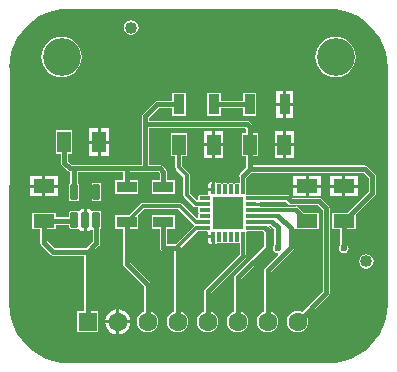
<source format=gtl>
%FSLAX44Y44*%
%MOMM*%
G71*
G01*
G75*
G04 Layer_Physical_Order=1*
G04 Layer_Color=255*
G04:AMPARAMS|DCode=10|XSize=0.8mm|YSize=0.35mm|CornerRadius=0.0438mm|HoleSize=0mm|Usage=FLASHONLY|Rotation=90.000|XOffset=0mm|YOffset=0mm|HoleType=Round|Shape=RoundedRectangle|*
%AMROUNDEDRECTD10*
21,1,0.8000,0.2625,0,0,90.0*
21,1,0.7125,0.3500,0,0,90.0*
1,1,0.0875,0.1313,0.3563*
1,1,0.0875,0.1313,-0.3563*
1,1,0.0875,-0.1313,-0.3563*
1,1,0.0875,-0.1313,0.3563*
%
%ADD10ROUNDEDRECTD10*%
%ADD11R,2.6000X2.7000*%
G04:AMPARAMS|DCode=12|XSize=0.85mm|YSize=0.35mm|CornerRadius=0.0438mm|HoleSize=0mm|Usage=FLASHONLY|Rotation=180.000|XOffset=0mm|YOffset=0mm|HoleType=Round|Shape=RoundedRectangle|*
%AMROUNDEDRECTD12*
21,1,0.8500,0.2625,0,0,180.0*
21,1,0.7625,0.3500,0,0,180.0*
1,1,0.0875,-0.3812,0.1313*
1,1,0.0875,0.3812,0.1313*
1,1,0.0875,0.3812,-0.1313*
1,1,0.0875,-0.3812,-0.1313*
%
%ADD12ROUNDEDRECTD12*%
%ADD13C,1.0160*%
%ADD14R,0.9700X1.7300*%
G04:AMPARAMS|DCode=15|XSize=1.35mm|YSize=0.6mm|CornerRadius=0.075mm|HoleSize=0mm|Usage=FLASHONLY|Rotation=90.000|XOffset=0mm|YOffset=0mm|HoleType=Round|Shape=RoundedRectangle|*
%AMROUNDEDRECTD15*
21,1,1.3500,0.4500,0,0,90.0*
21,1,1.2000,0.6000,0,0,90.0*
1,1,0.1500,0.2250,0.6000*
1,1,0.1500,0.2250,-0.6000*
1,1,0.1500,-0.2250,-0.6000*
1,1,0.1500,-0.2250,0.6000*
%
%ADD15ROUNDEDRECTD15*%
%ADD16R,1.1600X1.8200*%
%ADD17R,1.8200X1.1600*%
%ADD18R,1.7300X0.9700*%
%ADD19C,0.3500*%
%ADD20C,0.4000*%
%ADD21C,1.6000*%
%ADD22R,1.6000X1.6000*%
%ADD23C,3.2000*%
%ADD24C,0.6000*%
G36*
X270000Y300000D02*
Y300000D01*
X270107Y300100D01*
X276540Y299679D01*
X282969Y298400D01*
X289175Y296293D01*
X295054Y293394D01*
X300503Y289753D01*
X305431Y285431D01*
X309753Y280503D01*
X313394Y275054D01*
X316293Y269175D01*
X318400Y262969D01*
X319679Y256540D01*
X320100Y250107D01*
X320000Y250000D01*
X320000D01*
Y50000D01*
X320000D01*
X320100Y49893D01*
X319679Y43460D01*
X318400Y37031D01*
X316293Y30825D01*
X313394Y24946D01*
X309753Y19497D01*
X305431Y14569D01*
X300503Y10247D01*
X295054Y6606D01*
X289175Y3707D01*
X282969Y1600D01*
X276540Y321D01*
X270107Y-100D01*
X270000Y0D01*
Y0D01*
X50000D01*
Y0D01*
X49893Y-100D01*
X43460Y321D01*
X37031Y1600D01*
X30825Y3707D01*
X24946Y6606D01*
X19497Y10247D01*
X14569Y14569D01*
X10247Y19497D01*
X6606Y24946D01*
X3707Y30825D01*
X1600Y37031D01*
X321Y43460D01*
X-107Y50000D01*
X0Y250000D01*
X0D01*
X-100Y250107D01*
X321Y256540D01*
X1600Y262969D01*
X3707Y269175D01*
X6606Y275054D01*
X10247Y280503D01*
X14569Y285431D01*
X19497Y289753D01*
X24946Y293394D01*
X30825Y296293D01*
X37031Y298400D01*
X43460Y299679D01*
X50000Y300107D01*
X270000Y300000D01*
D02*
G37*
%LPC*%
G36*
X294640Y148480D02*
X284270D01*
Y141410D01*
X294640D01*
Y148480D01*
D02*
G37*
G36*
X171230Y153598D02*
X171187D01*
X170026Y153367D01*
X169041Y152709D01*
X168383Y151724D01*
X168152Y150562D01*
Y148270D01*
X171230D01*
Y153598D01*
D02*
G37*
G36*
X281730Y148480D02*
X271360D01*
Y141410D01*
X281730D01*
Y148480D01*
D02*
G37*
G36*
X250730D02*
X240360D01*
Y141410D01*
X250730D01*
Y148480D01*
D02*
G37*
G36*
X263640D02*
X253270D01*
Y141410D01*
X263640D01*
Y148480D01*
D02*
G37*
G36*
Y158090D02*
X253270D01*
Y151020D01*
X263640D01*
Y158090D01*
D02*
G37*
G36*
X281730D02*
X271360D01*
Y151020D01*
X281730D01*
Y158090D01*
D02*
G37*
G36*
X250730D02*
X240360D01*
Y151020D01*
X250730D01*
Y158090D01*
D02*
G37*
G36*
X27730Y158090D02*
X17360D01*
Y151020D01*
X27730D01*
Y158090D01*
D02*
G37*
G36*
X40640D02*
X30270D01*
Y151020D01*
X40640D01*
Y158090D01*
D02*
G37*
G36*
X92770Y45464D02*
Y36270D01*
X101964D01*
X101769Y37752D01*
X100707Y40315D01*
X99017Y42517D01*
X96816Y44207D01*
X94251Y45269D01*
X92770Y45464D01*
D02*
G37*
G36*
X302000Y92199D02*
X299628Y91727D01*
X297617Y90383D01*
X296273Y88372D01*
X295801Y86000D01*
X296273Y83628D01*
X297617Y81617D01*
X299628Y80273D01*
X302000Y79801D01*
X304372Y80273D01*
X306383Y81617D01*
X307727Y83628D01*
X308199Y86000D01*
X307727Y88372D01*
X306383Y90383D01*
X304372Y91727D01*
X302000Y92199D01*
D02*
G37*
G36*
X90230Y45464D02*
X88749Y45269D01*
X86185Y44207D01*
X83983Y42517D01*
X82293Y40315D01*
X81231Y37752D01*
X81036Y36270D01*
X90230D01*
Y45464D01*
D02*
G37*
G36*
Y33730D02*
X81036D01*
X81231Y32248D01*
X82293Y29685D01*
X83983Y27483D01*
X86185Y25793D01*
X88749Y24731D01*
X90230Y24536D01*
Y33730D01*
D02*
G37*
G36*
X101964D02*
X92770D01*
Y24536D01*
X94251Y24731D01*
X96816Y25793D01*
X99017Y27483D01*
X100707Y29685D01*
X101769Y32248D01*
X101964Y33730D01*
D02*
G37*
G36*
X27730Y148480D02*
X17360D01*
Y141410D01*
X27730D01*
Y148480D01*
D02*
G37*
G36*
X40640D02*
X30270D01*
Y141410D01*
X40640D01*
Y148480D01*
D02*
G37*
G36*
X75750Y152634D02*
X71250D01*
X70567Y152499D01*
X69988Y152112D01*
X69601Y151533D01*
X69466Y150850D01*
Y138850D01*
X69601Y138167D01*
X69988Y137588D01*
X70567Y137201D01*
X71250Y137066D01*
X75750D01*
X76433Y137201D01*
X77012Y137588D01*
X77399Y138167D01*
X77534Y138850D01*
Y150850D01*
X77399Y151533D01*
X77012Y152112D01*
X76433Y152499D01*
X75750Y152634D01*
D02*
G37*
G36*
X171230Y105730D02*
X168152D01*
Y103438D01*
X168383Y102276D01*
X169041Y101291D01*
X170026Y100633D01*
X171187Y100402D01*
X171230D01*
Y105730D01*
D02*
G37*
G36*
X66250Y130505D02*
X65270D01*
Y121150D01*
Y111796D01*
X66250D01*
X67534Y112051D01*
X68622Y112778D01*
X69058Y113430D01*
X69460Y113510D01*
X70441Y112704D01*
Y102707D01*
X64833Y97099D01*
X38037D01*
X32059Y103077D01*
Y113450D01*
X39100D01*
Y117191D01*
X50466D01*
Y115150D01*
X50602Y114467D01*
X50988Y113888D01*
X51567Y113502D01*
X52250Y113366D01*
X56750D01*
X57433Y113502D01*
X57697Y113678D01*
X58942Y113430D01*
X59378Y112778D01*
X60466Y112051D01*
X61750Y111796D01*
X62730D01*
Y121150D01*
Y130505D01*
X61750D01*
X60466Y130249D01*
X59378Y129522D01*
X58942Y128870D01*
X57697Y128622D01*
X57433Y128799D01*
X56750Y128934D01*
X52250D01*
X51567Y128799D01*
X50988Y128412D01*
X50602Y127833D01*
X50466Y127150D01*
Y123309D01*
X39100D01*
Y127050D01*
X18900D01*
Y113450D01*
X25941D01*
Y101810D01*
X25941Y101810D01*
X26174Y100639D01*
X26837Y99647D01*
X34607Y91877D01*
X34607Y91877D01*
X35202Y91480D01*
X35599Y91214D01*
X36770Y90981D01*
X63041D01*
Y44000D01*
X57100D01*
Y26000D01*
X75100D01*
Y44000D01*
X69159D01*
Y92773D01*
X75663Y99277D01*
X75663Y99277D01*
X76326Y100269D01*
X76326Y100269D01*
X76326Y100269D01*
X76559Y101440D01*
X76559Y101440D01*
Y113586D01*
X77012Y113888D01*
X77399Y114467D01*
X77534Y115150D01*
Y127150D01*
X77399Y127833D01*
X77012Y128412D01*
X76433Y128799D01*
X75750Y128934D01*
X71250D01*
X70567Y128799D01*
X70303Y128622D01*
X69058Y128870D01*
X68622Y129522D01*
X67534Y130249D01*
X66250Y130505D01*
D02*
G37*
G36*
X294640Y158090D02*
X284270D01*
Y151020D01*
X294640D01*
Y158090D01*
D02*
G37*
G36*
X149050Y228650D02*
X137350D01*
Y222059D01*
X125000D01*
X123829Y221826D01*
X122837Y221163D01*
X122837Y221163D01*
X112837Y211163D01*
X112174Y210170D01*
X111941Y209000D01*
X111941Y209000D01*
Y168059D01*
X52267D01*
X49309Y171017D01*
Y176900D01*
X53050D01*
Y197100D01*
X39450D01*
Y176900D01*
X43191D01*
Y169750D01*
X43191Y169750D01*
X43424Y168579D01*
X44087Y167587D01*
X48837Y162837D01*
X49830Y162174D01*
X51000Y161941D01*
X51441Y159735D01*
Y152414D01*
X50988Y152112D01*
X50602Y151533D01*
X50466Y150850D01*
Y138850D01*
X50602Y138167D01*
X50988Y137588D01*
X51567Y137201D01*
X52250Y137066D01*
X56750D01*
X57433Y137201D01*
X58012Y137588D01*
X58398Y138167D01*
X58534Y138850D01*
Y150850D01*
X58398Y151533D01*
X58012Y152112D01*
X57559Y152414D01*
Y161941D01*
X95941D01*
Y154650D01*
X89350D01*
Y142950D01*
X108650D01*
Y154650D01*
X102059D01*
Y161941D01*
X125733D01*
X126941Y160733D01*
Y154650D01*
X120350D01*
Y142950D01*
X139650D01*
Y154650D01*
X133059D01*
Y162000D01*
X133059Y162000D01*
X132826Y163171D01*
X132163Y164163D01*
X132163Y164163D01*
X129163Y167163D01*
X128170Y167826D01*
X127000Y168059D01*
X127000Y168059D01*
X118059D01*
Y198941D01*
X199733D01*
X200191Y198483D01*
Y195100D01*
X196450D01*
Y174900D01*
X200191D01*
Y165517D01*
X195337Y160663D01*
X194674Y159670D01*
X194441Y158500D01*
X194674Y157330D01*
X194696Y157296D01*
Y152709D01*
X193813Y152118D01*
X191187D01*
X190087Y151663D01*
D01*
Y151663D01*
X189913D01*
Y151663D01*
X188813Y152118D01*
X186187D01*
X185087Y151663D01*
D01*
Y151663D01*
X184913D01*
Y151663D01*
X183813Y152118D01*
X181187D01*
X180087Y151663D01*
D01*
Y151663D01*
X179913D01*
Y151663D01*
X178813Y152118D01*
X176354D01*
X175959Y152709D01*
X174974Y153367D01*
X173813Y153598D01*
X173770D01*
Y147000D01*
X172500D01*
Y145730D01*
X168152D01*
Y143438D01*
X168169Y143350D01*
X167363Y142368D01*
X161437D01*
X160337Y141913D01*
X159882Y140813D01*
Y138188D01*
X159595Y137759D01*
X158331Y137634D01*
X152804Y143161D01*
Y159000D01*
X152590Y160073D01*
X151983Y160983D01*
X146054Y166911D01*
Y174900D01*
X150050D01*
Y195100D01*
X136450D01*
Y174900D01*
X140446D01*
Y165750D01*
X140660Y164677D01*
X141267Y163767D01*
X141267Y163767D01*
X141267Y163767D01*
X147196Y157839D01*
Y142000D01*
X147410Y140927D01*
X148017Y140017D01*
X148017Y140017D01*
X148017Y140017D01*
X155517Y132517D01*
X155517D01*
X155517Y132517D01*
X155517D01*
X155517Y132517D01*
Y132517D01*
X155517Y132517D01*
Y132517D01*
X156427Y131910D01*
X157500Y131696D01*
X159291D01*
X159882Y130813D01*
Y128188D01*
X160337Y127087D01*
D01*
Y127087D01*
Y127087D01*
D01*
X160337Y126913D01*
X160337D01*
X159882Y125813D01*
Y123188D01*
X159595Y122759D01*
X158331Y122634D01*
X145983Y134983D01*
X145073Y135590D01*
X144000Y135804D01*
X112800D01*
X111727Y135590D01*
X110817Y134983D01*
X100885Y125050D01*
X89350D01*
Y113350D01*
X95941D01*
Y83880D01*
X95941Y83880D01*
X96174Y82710D01*
X96837Y81717D01*
X113841Y64713D01*
Y43474D01*
X112361Y42861D01*
X110481Y41419D01*
X109038Y39539D01*
X108132Y37350D01*
X107822Y35000D01*
X108132Y32650D01*
X109038Y30461D01*
X110481Y28581D01*
X112361Y27139D01*
X114551Y26232D01*
X116900Y25922D01*
X119249Y26232D01*
X121439Y27139D01*
X123319Y28581D01*
X124761Y30461D01*
X125668Y32650D01*
X125978Y35000D01*
X125668Y37350D01*
X124761Y39539D01*
X123319Y41419D01*
X121439Y42861D01*
X119959Y43474D01*
Y65980D01*
X119726Y67151D01*
X119063Y68143D01*
X119063Y68143D01*
X102059Y85147D01*
Y113350D01*
X108650D01*
Y124885D01*
X113961Y130196D01*
X142839D01*
X155517Y117517D01*
X155665Y117419D01*
X155789Y116155D01*
X140484Y100849D01*
X133059D01*
Y113350D01*
X139650D01*
Y125050D01*
X120350D01*
Y113350D01*
X126941D01*
Y97790D01*
X127174Y96620D01*
X127837Y95627D01*
X128829Y94964D01*
X130000Y94731D01*
X139241D01*
Y43474D01*
X137761Y42861D01*
X135881Y41419D01*
X134438Y39539D01*
X133532Y37350D01*
X133222Y35000D01*
X133532Y32650D01*
X134438Y30461D01*
X135881Y28581D01*
X137761Y27139D01*
X139951Y26232D01*
X142300Y25922D01*
X144649Y26232D01*
X146839Y27139D01*
X148719Y28581D01*
X150161Y30461D01*
X151068Y32650D01*
X151378Y35000D01*
X151068Y37350D01*
X150161Y39539D01*
X148719Y41419D01*
X146839Y42861D01*
X145359Y43474D01*
Y97790D01*
X145358Y97793D01*
X159261Y111696D01*
X161282D01*
X161437Y111632D01*
X167363D01*
X168169Y110650D01*
X168152Y110562D01*
Y108270D01*
X172500D01*
Y107000D01*
X173770D01*
Y100402D01*
X173813D01*
X174974Y100633D01*
X175959Y101291D01*
X176354Y101882D01*
X178813D01*
X179913Y102337D01*
X179913Y102337D01*
X180087D01*
Y102337D01*
X181187Y101882D01*
X183813D01*
X184913Y102337D01*
X184913Y102337D01*
X185087D01*
Y102337D01*
X186187Y101882D01*
X188813D01*
X189913Y102337D01*
X189913Y102337D01*
X190087D01*
Y102337D01*
X191187Y101882D01*
X193813D01*
X194696Y101291D01*
Y92022D01*
X165537Y62863D01*
X164874Y61870D01*
X164641Y60700D01*
X164641Y60700D01*
Y43474D01*
X163161Y42861D01*
X161281Y41419D01*
X159838Y39539D01*
X158932Y37350D01*
X158622Y35000D01*
X158932Y32650D01*
X159838Y30461D01*
X161281Y28581D01*
X163161Y27139D01*
X165350Y26232D01*
X167700Y25922D01*
X170049Y26232D01*
X172239Y27139D01*
X174119Y28581D01*
X175561Y30461D01*
X176468Y32650D01*
X176778Y35000D01*
X176468Y37350D01*
X175561Y39539D01*
X174119Y41419D01*
X172239Y42861D01*
X170759Y43474D01*
Y59433D01*
X199663Y88337D01*
X200326Y89330D01*
X200559Y90500D01*
X200326Y91671D01*
X200304Y91704D01*
Y103282D01*
X200368Y103438D01*
Y110562D01*
X200363Y110576D01*
X201069Y111632D01*
X208563D01*
X208718Y111696D01*
X214978D01*
X215341Y111333D01*
Y99017D01*
X190937Y74613D01*
X190274Y73621D01*
X190041Y72450D01*
X190041Y72450D01*
Y43474D01*
X188561Y42861D01*
X186681Y41419D01*
X185238Y39539D01*
X184332Y37350D01*
X184022Y35000D01*
X184332Y32650D01*
X185238Y30461D01*
X186681Y28581D01*
X188561Y27139D01*
X190751Y26232D01*
X193100Y25922D01*
X195450Y26232D01*
X197639Y27139D01*
X199519Y28581D01*
X200961Y30461D01*
X201868Y32650D01*
X202178Y35000D01*
X201868Y37350D01*
X200961Y39539D01*
X199519Y41419D01*
X197639Y42861D01*
X196159Y43474D01*
Y71183D01*
X220563Y95587D01*
X220563Y95587D01*
X221226Y96580D01*
X221226Y96580D01*
X221226Y96580D01*
X221459Y97750D01*
X221459Y97750D01*
Y112600D01*
X221226Y113771D01*
X220563Y114763D01*
X220563Y114763D01*
X219803Y115523D01*
X220053Y116127D01*
X221299Y116375D01*
X223941Y113733D01*
Y99622D01*
X223232Y98561D01*
X222922Y97000D01*
X223232Y95439D01*
X224116Y94116D01*
X225439Y93232D01*
X227000Y92922D01*
X227265Y91590D01*
X216337Y80663D01*
X215674Y79671D01*
X215441Y78500D01*
X215441Y78500D01*
Y43474D01*
X213961Y42861D01*
X212081Y41419D01*
X210639Y39539D01*
X209732Y37350D01*
X209422Y35000D01*
X209732Y32650D01*
X210639Y30461D01*
X212081Y28581D01*
X213961Y27139D01*
X216150Y26232D01*
X218500Y25922D01*
X220849Y26232D01*
X223039Y27139D01*
X224919Y28581D01*
X226361Y30461D01*
X227268Y32650D01*
X227578Y35000D01*
X227268Y37350D01*
X226361Y39539D01*
X224919Y41419D01*
X223039Y42861D01*
X221559Y43474D01*
Y77233D01*
X240163Y95837D01*
X240163Y95837D01*
X240826Y96829D01*
X240826Y96829D01*
X240826Y96830D01*
X241059Y98000D01*
X241059Y98000D01*
Y113450D01*
X241900D01*
Y113450D01*
X262100D01*
Y127050D01*
X249526D01*
X244913Y131663D01*
X243921Y132326D01*
X242750Y132559D01*
X241579Y132326D01*
X241546Y132304D01*
X212324D01*
X211598Y133188D01*
Y133230D01*
X204750D01*
Y135770D01*
X211598D01*
Y135813D01*
X212324Y136696D01*
X233978D01*
X235837Y134837D01*
X236829Y134174D01*
X238000Y133941D01*
X238000Y133941D01*
X260733D01*
X264941Y129733D01*
Y60367D01*
X247729Y43155D01*
X246250Y43768D01*
X243900Y44078D01*
X241551Y43768D01*
X239361Y42861D01*
X237481Y41419D01*
X236038Y39539D01*
X235132Y37350D01*
X234822Y35000D01*
X235132Y32650D01*
X236038Y30461D01*
X237481Y28581D01*
X239361Y27139D01*
X241551Y26232D01*
X243900Y25922D01*
X246250Y26232D01*
X248439Y27139D01*
X250319Y28581D01*
X251761Y30461D01*
X252668Y32650D01*
X252978Y35000D01*
X252668Y37350D01*
X252055Y38830D01*
X270163Y56937D01*
X270163Y56937D01*
X270826Y57930D01*
X270826Y57929D01*
X270826Y57930D01*
X271059Y59100D01*
X271059Y59100D01*
Y131000D01*
X271059Y131000D01*
X270826Y132170D01*
X270163Y133163D01*
X264163Y139163D01*
X263171Y139826D01*
X262000Y140059D01*
X262000Y140059D01*
X239267D01*
X237663Y141663D01*
X236670Y142326D01*
X235500Y142559D01*
X234329Y142326D01*
X234296Y142304D01*
X208718D01*
X208563Y142368D01*
X201069D01*
X200363Y143424D01*
X200368Y143438D01*
Y150562D01*
X200304Y150718D01*
Y156978D01*
X204517Y161191D01*
X299483D01*
X303941Y156733D01*
Y145517D01*
X285474Y127050D01*
X272900D01*
Y113450D01*
X279941D01*
Y99622D01*
X279232Y98561D01*
X278922Y97000D01*
X279232Y95439D01*
X280116Y94116D01*
X281439Y93232D01*
X283000Y92922D01*
X284561Y93232D01*
X285884Y94116D01*
X286768Y95439D01*
X287078Y97000D01*
X286768Y98561D01*
X286059Y99622D01*
Y113450D01*
X293100D01*
Y126024D01*
X309163Y142087D01*
X309826Y143080D01*
X310059Y144250D01*
X310059Y144250D01*
Y158000D01*
X310059Y158000D01*
X309826Y159171D01*
X309163Y160163D01*
X309163Y160163D01*
X302913Y166413D01*
X301921Y167076D01*
X300750Y167309D01*
X300750Y167309D01*
X206309D01*
Y174900D01*
X210050D01*
Y195100D01*
X206309D01*
Y199750D01*
X206076Y200921D01*
X205413Y201913D01*
X205413Y201913D01*
X203163Y204163D01*
X202171Y204826D01*
X201000Y205059D01*
X201000Y205059D01*
X118059D01*
Y207733D01*
X126267Y215941D01*
X137350D01*
Y209350D01*
X149050D01*
Y228650D01*
D02*
G37*
G36*
X231530Y230190D02*
X225410D01*
Y220270D01*
X231530D01*
Y230190D01*
D02*
G37*
G36*
X240190Y217730D02*
X234070D01*
Y207810D01*
X240190D01*
Y217730D01*
D02*
G37*
G36*
X84090Y198640D02*
X77020D01*
Y188270D01*
X84090D01*
Y198640D01*
D02*
G37*
G36*
X231530Y217730D02*
X225410D01*
Y207810D01*
X231530D01*
Y217730D01*
D02*
G37*
G36*
X276000Y276082D02*
X272667Y275754D01*
X269463Y274782D01*
X266510Y273203D01*
X263921Y271079D01*
X261797Y268490D01*
X260218Y265537D01*
X259246Y262333D01*
X258918Y259000D01*
X259246Y255667D01*
X260218Y252463D01*
X261797Y249510D01*
X263921Y246921D01*
X266510Y244797D01*
X269463Y243218D01*
X272667Y242246D01*
X276000Y241918D01*
X279333Y242246D01*
X282537Y243218D01*
X285490Y244797D01*
X288079Y246921D01*
X290203Y249510D01*
X291782Y252463D01*
X292754Y255667D01*
X293082Y259000D01*
X292754Y262333D01*
X291782Y265537D01*
X290203Y268490D01*
X288079Y271079D01*
X285490Y273203D01*
X282537Y274782D01*
X279333Y275754D01*
X276000Y276082D01*
D02*
G37*
G36*
X103000Y290199D02*
X100628Y289727D01*
X98617Y288383D01*
X97273Y286372D01*
X96801Y284000D01*
X97273Y281628D01*
X98617Y279617D01*
X100628Y278273D01*
X103000Y277801D01*
X105372Y278273D01*
X107383Y279617D01*
X108727Y281628D01*
X109199Y284000D01*
X108727Y286372D01*
X107383Y288383D01*
X105372Y289727D01*
X103000Y290199D01*
D02*
G37*
G36*
X44000Y276082D02*
X40667Y275754D01*
X37463Y274782D01*
X34510Y273203D01*
X31921Y271079D01*
X29797Y268490D01*
X28218Y265537D01*
X27246Y262333D01*
X26918Y259000D01*
X27246Y255667D01*
X28218Y252463D01*
X29797Y249510D01*
X31921Y246921D01*
X34510Y244797D01*
X37463Y243218D01*
X40667Y242246D01*
X44000Y241918D01*
X47333Y242246D01*
X50537Y243218D01*
X53490Y244797D01*
X56079Y246921D01*
X58203Y249510D01*
X59782Y252463D01*
X60754Y255667D01*
X61082Y259000D01*
X60754Y262333D01*
X59782Y265537D01*
X58203Y268490D01*
X56079Y271079D01*
X53490Y273203D01*
X50537Y274782D01*
X47333Y275754D01*
X44000Y276082D01*
D02*
G37*
G36*
X240190Y230190D02*
X234070D01*
Y220270D01*
X240190D01*
Y230190D01*
D02*
G37*
G36*
X209050Y228650D02*
X197350D01*
Y222059D01*
X178650D01*
Y228650D01*
X166950D01*
Y209350D01*
X178650D01*
Y215941D01*
X197350D01*
Y209350D01*
X209050D01*
Y228650D01*
D02*
G37*
G36*
X74480Y198640D02*
X67410D01*
Y188270D01*
X74480D01*
Y198640D01*
D02*
G37*
G36*
X241090Y183730D02*
X234020D01*
Y173360D01*
X241090D01*
Y183730D01*
D02*
G37*
G36*
X74480Y185730D02*
X67410D01*
Y175360D01*
X74480D01*
Y185730D01*
D02*
G37*
G36*
X231480Y183730D02*
X224410D01*
Y173360D01*
X231480D01*
Y183730D01*
D02*
G37*
G36*
X171480D02*
X164410D01*
Y173360D01*
X171480D01*
Y183730D01*
D02*
G37*
G36*
X181090D02*
X174020D01*
Y173360D01*
X181090D01*
Y183730D01*
D02*
G37*
G36*
X231480Y196640D02*
X224410D01*
Y186270D01*
X231480D01*
Y196640D01*
D02*
G37*
G36*
X241090D02*
X234020D01*
Y186270D01*
X241090D01*
Y196640D01*
D02*
G37*
G36*
X181090D02*
X174020D01*
Y186270D01*
X181090D01*
Y196640D01*
D02*
G37*
G36*
X84090Y185730D02*
X77020D01*
Y175360D01*
X84090D01*
Y185730D01*
D02*
G37*
G36*
X171480Y196640D02*
X164410D01*
Y186270D01*
X171480D01*
Y196640D01*
D02*
G37*
%LPD*%
D10*
X172500Y107000D02*
D03*
X177500D02*
D03*
X182500D02*
D03*
X187500D02*
D03*
X192500D02*
D03*
X197500D02*
D03*
Y147000D02*
D03*
X192500D02*
D03*
X187500D02*
D03*
X182500D02*
D03*
X177500D02*
D03*
X172500D02*
D03*
D11*
X185000Y127000D02*
D03*
D12*
X204750Y114500D02*
D03*
Y119500D02*
D03*
Y124500D02*
D03*
Y129500D02*
D03*
Y134500D02*
D03*
Y139500D02*
D03*
X165250D02*
D03*
Y134500D02*
D03*
Y129500D02*
D03*
Y124500D02*
D03*
Y119500D02*
D03*
Y114500D02*
D03*
D13*
X103000Y284000D02*
D03*
X302000Y86000D02*
D03*
D14*
X203200Y219000D02*
D03*
X232800D02*
D03*
X143200D02*
D03*
X172800D02*
D03*
D15*
X54500Y121150D02*
D03*
X64000D02*
D03*
X73500D02*
D03*
Y144850D02*
D03*
X54500D02*
D03*
D16*
X46250Y187000D02*
D03*
X75750D02*
D03*
X203250Y185000D02*
D03*
X232750D02*
D03*
X172750D02*
D03*
X143250D02*
D03*
D17*
X29000Y120250D02*
D03*
Y149750D02*
D03*
X252000Y120250D02*
D03*
Y149750D02*
D03*
X283000Y120250D02*
D03*
Y149750D02*
D03*
D18*
X130000Y148800D02*
D03*
Y119200D02*
D03*
X99000D02*
D03*
Y148800D02*
D03*
D19*
X204750Y114500D02*
X216500D01*
X197500Y90500D02*
Y107000D01*
X99000Y119200D02*
X112800Y133000D01*
X144000D01*
X157500Y119500D01*
X165250D01*
X197500Y147000D02*
Y158500D01*
X157500Y134500D02*
X165250D01*
X150000Y142000D02*
X157500Y134500D01*
X150000Y142000D02*
Y159000D01*
X143250Y165750D02*
X150000Y159000D01*
X143250Y165750D02*
Y185000D01*
X204750Y129500D02*
X242750D01*
X204750Y124500D02*
X227500D01*
X204750Y119500D02*
X222500D01*
X142300Y98700D02*
X158100Y114500D01*
X165250D01*
X204750Y139500D02*
X235500D01*
D20*
X167700Y60700D02*
X197500Y90500D01*
X172800Y219000D02*
X203200D01*
X99000Y165000D02*
X115000D01*
X54500D02*
X99000D01*
Y148800D02*
Y165000D01*
X130000Y148800D02*
Y162000D01*
X127000Y165000D02*
X130000Y162000D01*
X115000Y165000D02*
X127000D01*
X46250Y169750D02*
X51000Y165000D01*
X54500D01*
Y144850D02*
Y165000D01*
X115000Y209000D02*
X125000Y219000D01*
X143200D01*
X46250Y169750D02*
Y187000D01*
X29000Y120250D02*
X53600D01*
X54500Y121150D01*
X203250Y164250D02*
Y185000D01*
X197500Y158500D02*
X203250Y164250D01*
X242750Y129500D02*
X252000Y120250D01*
X216500Y114500D02*
X218400Y112600D01*
X238000Y98000D02*
Y114000D01*
X227500Y124500D02*
X238000Y114000D01*
X203250Y185000D02*
Y199750D01*
X115000Y165000D02*
Y209000D01*
Y202000D02*
X201000D01*
X203250Y199750D01*
X262000Y137000D02*
X268000Y131000D01*
Y59100D02*
Y131000D01*
X222500Y119500D02*
X227000Y115000D01*
Y97000D02*
Y115000D01*
X283000Y97000D02*
Y120250D01*
X203250Y164250D02*
X300750D01*
X307000Y158000D01*
Y144250D02*
Y158000D01*
X283000Y120250D02*
X307000Y144250D01*
X66100Y35000D02*
Y94040D01*
X73500Y101440D01*
Y121150D01*
X36770Y94040D02*
X66100D01*
X29000Y101810D02*
X36770Y94040D01*
X29000Y101810D02*
Y120250D01*
X116900Y35000D02*
Y65980D01*
X99000Y83880D02*
X116900Y65980D01*
X99000Y83880D02*
Y119200D01*
X130000Y97790D02*
Y119200D01*
Y97790D02*
X142300D01*
Y35000D02*
Y97790D01*
X167700Y35000D02*
Y60700D01*
X218400Y97750D02*
Y112600D01*
X193100Y72450D02*
X218400Y97750D01*
X193100Y35000D02*
Y72450D01*
X218500Y78500D02*
X238000Y98000D01*
X218500Y35000D02*
Y78500D01*
X243900Y35000D02*
X268000Y59100D01*
X238000Y137000D02*
X262000D01*
X235500Y139500D02*
X238000Y137000D01*
D21*
X243900Y35000D02*
D03*
X218500D02*
D03*
X193100D02*
D03*
X167700D02*
D03*
X142300D02*
D03*
X116900D02*
D03*
X91500D02*
D03*
D22*
X66100D02*
D03*
D23*
X276000Y259000D02*
D03*
X44000D02*
D03*
D24*
X227000Y97000D02*
D03*
X283000D02*
D03*
M02*

</source>
